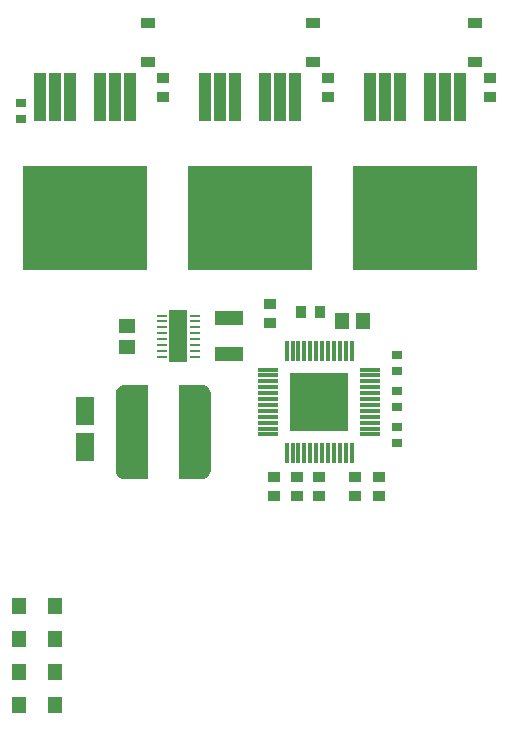
<source format=gtp>
G04 Layer_Color=8421504*
%FSAX24Y24*%
%MOIN*%
G70*
G01*
G75*
%ADD10R,0.0480X0.0358*%
%ADD11R,0.0610X0.0945*%
%ADD12R,0.0354X0.0276*%
%ADD13R,0.0394X0.0354*%
%ADD14R,0.0453X0.0571*%
%ADD15R,0.0354X0.0394*%
%ADD16R,0.0571X0.0453*%
%ADD17R,0.1969X0.1969*%
%ADD18R,0.0669X0.0118*%
%ADD19R,0.0118X0.0669*%
%ADD20R,0.0925X0.0512*%
%ADD21R,0.0587X0.1732*%
%ADD22R,0.0354X0.0098*%
G04:AMPARAMS|DCode=23|XSize=106.3mil|YSize=315mil|CornerRadius=53.2mil|HoleSize=0mil|Usage=FLASHONLY|Rotation=0.000|XOffset=0mil|YOffset=0mil|HoleType=Round|Shape=RoundedRectangle|*
%AMROUNDEDRECTD23*
21,1,0.1063,0.2087,0,0,0.0*
21,1,0.0000,0.3150,0,0,0.0*
1,1,0.1063,0.0000,-0.1043*
1,1,0.1063,0.0000,-0.1043*
1,1,0.1063,0.0000,0.1043*
1,1,0.1063,0.0000,0.1043*
%
%ADD23ROUNDEDRECTD23*%
%ADD24R,0.0413X0.1634*%
%ADD25R,0.4173X0.3465*%
%ADD26R,0.0480X0.0560*%
G36*
X058657Y027567D02*
X058728Y027537D01*
X058790Y027490D01*
X058837Y027428D01*
X058867Y027357D01*
X058875Y027299D01*
Y027280D01*
Y024720D01*
Y024701D01*
X058867Y024643D01*
X058837Y024572D01*
X058790Y024510D01*
X058728Y024463D01*
X058657Y024433D01*
X058599Y024425D01*
X057812D01*
Y027575D01*
X058599D01*
X058657Y027567D01*
D02*
G37*
G36*
X056788Y024425D02*
X056001D01*
X055943Y024433D01*
X055872Y024463D01*
X055810Y024510D01*
X055763Y024572D01*
X055733Y024643D01*
X055725Y024701D01*
Y024720D01*
Y027280D01*
Y027299D01*
X055733Y027357D01*
X055763Y027428D01*
X055810Y027490D01*
X055872Y027537D01*
X055943Y027567D01*
X056001Y027575D01*
X056020Y027575D01*
Y027575D01*
X056788D01*
Y024425D01*
D02*
G37*
D10*
X056800Y039644D02*
D03*
Y038356D02*
D03*
X062300Y039644D02*
D03*
Y038356D02*
D03*
X067700Y039644D02*
D03*
Y038356D02*
D03*
D11*
X054700Y026700D02*
D03*
Y025500D02*
D03*
D12*
X065100Y028576D02*
D03*
Y028024D02*
D03*
Y027376D02*
D03*
Y026824D02*
D03*
Y026176D02*
D03*
Y025624D02*
D03*
X052550Y036424D02*
D03*
Y036976D02*
D03*
D13*
X064500Y023885D02*
D03*
Y024515D02*
D03*
X061750Y023885D02*
D03*
Y024515D02*
D03*
X061000Y023885D02*
D03*
Y024515D02*
D03*
X068200Y037185D02*
D03*
Y037815D02*
D03*
X062800Y037185D02*
D03*
Y037815D02*
D03*
X057300Y037185D02*
D03*
Y037815D02*
D03*
X060850Y029635D02*
D03*
Y030265D02*
D03*
X062500Y023885D02*
D03*
Y024515D02*
D03*
X063700Y023885D02*
D03*
Y024515D02*
D03*
D14*
X063246Y029700D02*
D03*
X063954D02*
D03*
D15*
X061885Y030000D02*
D03*
X062515D02*
D03*
D16*
X056100Y029554D02*
D03*
Y028846D02*
D03*
D17*
X062500Y027000D02*
D03*
D18*
X060800Y028089D02*
D03*
Y027893D02*
D03*
Y027696D02*
D03*
Y027499D02*
D03*
Y027302D02*
D03*
Y027105D02*
D03*
Y026908D02*
D03*
Y026711D02*
D03*
Y026515D02*
D03*
Y026318D02*
D03*
Y026121D02*
D03*
Y025924D02*
D03*
X064186D02*
D03*
Y026121D02*
D03*
Y026318D02*
D03*
Y026515D02*
D03*
Y026711D02*
D03*
Y026908D02*
D03*
Y027105D02*
D03*
Y027302D02*
D03*
Y027499D02*
D03*
Y027696D02*
D03*
Y027893D02*
D03*
Y028089D02*
D03*
D19*
X061410Y025314D02*
D03*
X061607D02*
D03*
X061804D02*
D03*
X062001D02*
D03*
X062198D02*
D03*
X062394D02*
D03*
X062591D02*
D03*
X062788D02*
D03*
X062985D02*
D03*
X063182D02*
D03*
X063379D02*
D03*
X063576D02*
D03*
Y028700D02*
D03*
X063379D02*
D03*
X063182D02*
D03*
X062985D02*
D03*
X062788D02*
D03*
X062591D02*
D03*
X062394D02*
D03*
X062198D02*
D03*
X062001D02*
D03*
X061804D02*
D03*
X061607D02*
D03*
X061410D02*
D03*
D20*
X059500Y029796D02*
D03*
Y028596D02*
D03*
D21*
X057800Y029200D02*
D03*
D22*
X058349Y028511D02*
D03*
Y028708D02*
D03*
Y028905D02*
D03*
Y029102D02*
D03*
Y029298D02*
D03*
Y029495D02*
D03*
Y029692D02*
D03*
Y029889D02*
D03*
X057251Y028511D02*
D03*
Y028708D02*
D03*
Y028905D02*
D03*
Y029102D02*
D03*
Y029298D02*
D03*
Y029495D02*
D03*
Y029692D02*
D03*
Y029889D02*
D03*
D23*
X058343Y026000D02*
D03*
X056257D02*
D03*
D24*
X056200Y037161D02*
D03*
X055700D02*
D03*
X055200D02*
D03*
X054200D02*
D03*
X053700D02*
D03*
X053200D02*
D03*
X058700D02*
D03*
X059200D02*
D03*
X059700D02*
D03*
X060700D02*
D03*
X061200D02*
D03*
X061700D02*
D03*
X067200D02*
D03*
X066700D02*
D03*
X066200D02*
D03*
X065200D02*
D03*
X064700D02*
D03*
X064200D02*
D03*
D25*
X054700Y033145D02*
D03*
X060200D02*
D03*
X065700D02*
D03*
D26*
X052500Y020200D02*
D03*
X053691D02*
D03*
Y019100D02*
D03*
X052500D02*
D03*
Y018000D02*
D03*
X053691D02*
D03*
Y016900D02*
D03*
X052500D02*
D03*
M02*

</source>
